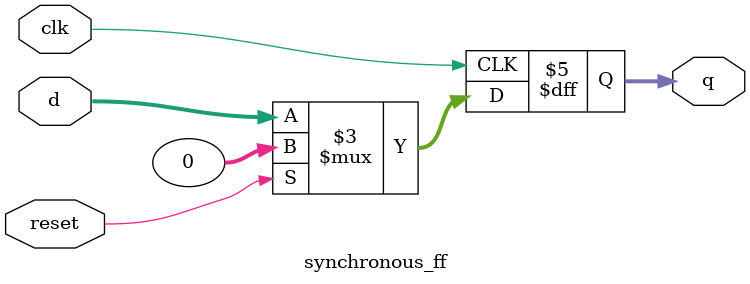
<source format=sv>
module synchronous_ff #(parameter N=32)(d,q,clk,reset);
input logic [N-1:0]d;
output logic [N-1:0]q;
input logic clk,reset;
always_ff@(posedge clk)
if(reset)
q<=0;
else 
q<=d;
endmodule

</source>
